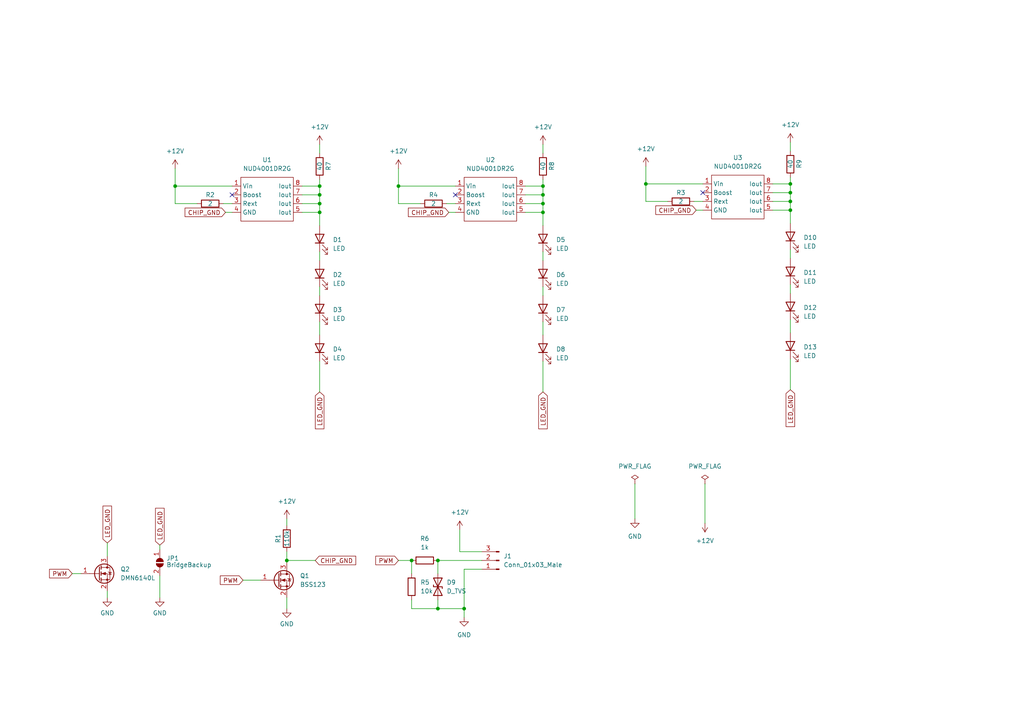
<source format=kicad_sch>
(kicad_sch (version 20211123) (generator eeschema)
  (paper "A4")
  (lib_symbols
    (symbol "Connector:Conn_01x03_Male" (pin_names (offset 1.016) hide)
      (property "Reference" "J" (at 0 5.08 0))
      (property "Value" "Conn_01x03_Male" (at 0 -5.08 0))
      (symbol "Conn_01x03_Male_1_1"
        (polyline (pts (xy 1.27 -2.54) (xy 0.8636 -2.54)) (stroke (width 0.1524)))
        (polyline (pts (xy 1.27 0) (xy 0.8636 0)) (stroke (width 0.1524)))
        (polyline (pts (xy 1.27 2.54) (xy 0.8636 2.54)) (stroke (width 0.1524)))
        (rectangle (start 0.8636 -2.413) (end 0 -2.667) (stroke (width 0.1524)) (fill (type outline)))
        (rectangle (start 0.8636 0.127) (end 0 -0.127) (stroke (width 0.1524)) (fill (type outline)))
        (rectangle (start 0.8636 2.667) (end 0 2.413) (stroke (width 0.1524)) (fill (type outline)))
        (pin passive line (at 5.08 2.54 180) (length 3.81) (name "Pin_1") (number "1"))
        (pin passive line (at 5.08 0 180) (length 3.81) (name "Pin_2") (number "2"))
        (pin passive line (at 5.08 -2.54 180) (length 3.81) (name "Pin_3") (number "3"))
      )
    )
    (symbol "Device:D_TVS" (pin_numbers hide) (pin_names (offset 1.016) hide)
      (property "Reference" "D" (at 0 2.54 0))
      (property "Value" "D_TVS" (at 0 -2.54 0))
      (symbol "D_TVS_0_1"
        (polyline (pts (xy 1.27 0) (xy -1.27 0)))
        (polyline (pts (xy 0.508 1.27) (xy 0 1.27) (xy 0 -1.27) (xy -0.508 -1.27)) (stroke (width 0.254)))
        (polyline (pts (xy -2.54 1.27) (xy -2.54 -1.27) (xy 2.54 1.27) (xy 2.54 -1.27) (xy -2.54 1.27)) (stroke (width 0.254)))
      )
      (symbol "D_TVS_1_1"
        (pin passive line (at -3.81 0 0) (length 2.54) (name "A1") (number "1"))
        (pin passive line (at 3.81 0 180) (length 2.54) (name "A2") (number "2"))
      )
    )
    (symbol "Device:LED" (pin_numbers hide) (pin_names (offset 1.016) hide)
      (property "Reference" "D" (at 0 2.54 0))
      (property "Value" "LED" (at 0 -2.54 0))
      (symbol "LED_0_1"
        (polyline (pts (xy -1.27 -1.27) (xy -1.27 1.27)) (stroke (width 0.254)))
        (polyline (pts (xy -1.27 0) (xy 1.27 0)))
        (polyline (pts (xy 1.27 -1.27) (xy 1.27 1.27) (xy -1.27 0) (xy 1.27 -1.27)) (stroke (width 0.254)))
        (polyline (pts (xy -3.048 -0.762) (xy -4.572 -2.286) (xy -3.81 -2.286) (xy -4.572 -2.286) (xy -4.572 -1.524)))
        (polyline (pts (xy -1.778 -0.762) (xy -3.302 -2.286) (xy -2.54 -2.286) (xy -3.302 -2.286) (xy -3.302 -1.524)))
      )
      (symbol "LED_1_1"
        (pin passive line (at -3.81 0 0) (length 2.54) (name "K") (number "1"))
        (pin passive line (at 3.81 0 180) (length 2.54) (name "A") (number "2"))
      )
    )
    (symbol "Device:R" (pin_numbers hide) (pin_names (offset 0))
      (property "Reference" "R" (at 2.032 0 90))
      (property "Value" "R" (at 0 0 90))
      (symbol "R_0_1"
        (rectangle (start -1.016 -2.54) (end 1.016 2.54) (stroke (width 0.254)))
      )
      (symbol "R_1_1"
        (pin passive line (at 0 3.81 270) (length 1.27) (name "~") (number "1"))
        (pin passive line (at 0 -3.81 90) (length 1.27) (name "~") (number "2"))
      )
    )
    (symbol "Jumper:SolderJumper_2_Open" (pin_names (offset 0) hide)
      (property "Reference" "JP" (at 0 2.032 0))
      (property "Value" "SolderJumper_2_Open" (at 0 -2.54 0))
      (symbol "SolderJumper_2_Open_0_1"
        (arc (start -0.254 1.016) (mid -1.27 0) (end -0.254 -1.016))
        (arc (start -0.254 1.016) (mid -1.27 0) (end -0.254 -1.016) (fill (type outline)))
        (polyline (pts (xy -0.254 1.016) (xy -0.254 -1.016)))
        (polyline (pts (xy 0.254 1.016) (xy 0.254 -1.016)))
        (arc (start 0.254 -1.016) (mid 1.27 0) (end 0.254 1.016))
        (arc (start 0.254 -1.016) (mid 1.27 0) (end 0.254 1.016) (fill (type outline)))
      )
      (symbol "SolderJumper_2_Open_1_1"
        (pin passive line (at -3.81 0 0) (length 2.54) (name "A") (number "1"))
        (pin passive line (at 3.81 0 180) (length 2.54) (name "B") (number "2"))
      )
    )
    (symbol "Transistor_FET:BSS123" (pin_names hide)
      (property "Reference" "Q" (at 5.08 1.905 0))
      (property "Value" "BSS123" (at 5.08 0 0))
      (symbol "BSS123_0_1"
        (polyline (pts (xy 0.254 0) (xy -2.54 0)))
        (polyline (pts (xy 0.254 1.905) (xy 0.254 -1.905)) (stroke (width 0.254)))
        (polyline (pts (xy 0.762 -1.27) (xy 0.762 -2.286)) (stroke (width 0.254)))
        (polyline (pts (xy 0.762 0.508) (xy 0.762 -0.508)) (stroke (width 0.254)))
        (polyline (pts (xy 0.762 2.286) (xy 0.762 1.27)) (stroke (width 0.254)))
        (polyline (pts (xy 2.54 2.54) (xy 2.54 1.778)))
        (polyline (pts (xy 2.54 -2.54) (xy 2.54 0) (xy 0.762 0)))
        (polyline (pts (xy 0.762 -1.778) (xy 3.302 -1.778) (xy 3.302 1.778) (xy 0.762 1.778)))
        (polyline (pts (xy 1.016 0) (xy 2.032 0.381) (xy 2.032 -0.381) (xy 1.016 0)) (fill (type outline)))
        (polyline (pts (xy 2.794 0.508) (xy 2.921 0.381) (xy 3.683 0.381) (xy 3.81 0.254)))
        (polyline (pts (xy 3.302 0.381) (xy 2.921 -0.254) (xy 3.683 -0.254) (xy 3.302 0.381)))
        (circle (center 1.651 0) (radius 2.794) (stroke (width 0.254)))
        (circle (center 2.54 -1.778) (radius 0.254) (fill (type outline)))
        (circle (center 2.54 1.778) (radius 0.254) (fill (type outline)))
      )
      (symbol "BSS123_1_1"
        (pin input line (at -5.08 0 0) (length 2.54) (name "G") (number "1"))
        (pin passive line (at 2.54 -5.08 90) (length 2.54) (name "S") (number "2"))
        (pin passive line (at 2.54 5.08 270) (length 2.54) (name "D") (number "3"))
      )
    )
    (symbol "Transistor_FET:DMN6140L" (pin_names hide)
      (property "Reference" "Q" (at 5.08 1.905 0))
      (property "Value" "DMN6140L" (at 5.08 0 0))
      (symbol "DMN6140L_0_1"
        (polyline (pts (xy 0.254 0) (xy -2.54 0)))
        (polyline (pts (xy 0.254 1.905) (xy 0.254 -1.905)) (stroke (width 0.254)))
        (polyline (pts (xy 0.762 -1.27) (xy 0.762 -2.286)) (stroke (width 0.254)))
        (polyline (pts (xy 0.762 0.508) (xy 0.762 -0.508)) (stroke (width 0.254)))
        (polyline (pts (xy 0.762 2.286) (xy 0.762 1.27)) (stroke (width 0.254)))
        (polyline (pts (xy 2.54 2.54) (xy 2.54 1.778)))
        (polyline (pts (xy 2.54 -2.54) (xy 2.54 0) (xy 0.762 0)))
        (polyline (pts (xy 0.762 -1.778) (xy 3.302 -1.778) (xy 3.302 1.778) (xy 0.762 1.778)))
        (polyline (pts (xy 1.016 0) (xy 2.032 0.381) (xy 2.032 -0.381) (xy 1.016 0)) (fill (type outline)))
        (polyline (pts (xy 2.794 0.508) (xy 2.921 0.381) (xy 3.683 0.381) (xy 3.81 0.254)))
        (polyline (pts (xy 3.302 0.381) (xy 2.921 -0.254) (xy 3.683 -0.254) (xy 3.302 0.381)))
        (circle (center 1.651 0) (radius 2.794) (stroke (width 0.254)))
        (circle (center 2.54 -1.778) (radius 0.254) (fill (type outline)))
        (circle (center 2.54 1.778) (radius 0.254) (fill (type outline)))
      )
      (symbol "DMN6140L_1_1"
        (pin input line (at -5.08 0 0) (length 2.54) (name "G") (number "1"))
        (pin passive line (at 2.54 -5.08 90) (length 2.54) (name "S") (number "2"))
        (pin passive line (at 2.54 5.08 270) (length 2.54) (name "D") (number "3"))
      )
    )
    (symbol "libraries:NUD4001DR2G"
      (property "Reference" "U" (at 0 7.62 0))
      (property "Value" "NUD4001DR2G" (at 0 10.16 0))
      (symbol "NUD4001DR2G_0_1"
        (rectangle (start -7.62 6.35) (end 7.62 -6.35))
      )
      (symbol "NUD4001DR2G_1_1"
        (pin power_in line (at -10.16 3.81 0) (length 2.54) (name "Vin") (number "1"))
        (pin input line (at -10.16 1.27 0) (length 2.54) (name "Boost") (number "2"))
        (pin input line (at -10.16 -1.27 0) (length 2.54) (name "Rext") (number "3"))
        (pin power_in line (at -10.16 -3.81 0) (length 2.54) (name "GND") (number "4"))
        (pin output line (at 10.16 -3.81 180) (length 2.54) (name "Iout") (number "5"))
        (pin output line (at 10.16 -1.27 180) (length 2.54) (name "Iout") (number "6"))
        (pin output line (at 10.16 1.27 180) (length 2.54) (name "Iout") (number "7"))
        (pin output line (at 10.16 3.81 180) (length 2.54) (name "Iout") (number "8"))
      )
    )
    (symbol "power:+12V" (power) (pin_names (offset 0))
      (property "Value" "+12V" (at 0 3.556 0))
      (symbol "+12V_0_1"
        (polyline (pts (xy -0.762 1.27) (xy 0 2.54)))
        (polyline (pts (xy 0 0) (xy 0 2.54)))
        (polyline (pts (xy 0 2.54) (xy 0.762 1.27)))
      )
      (symbol "+12V_1_1"
        (pin power_in line (at 0 0 90) (length 0) hide (name "+12V") (number "1"))
      )
    )
    (symbol "power:GND" (power) (pin_names (offset 0))
      (property "Value" "GND" (at 0 -3.81 0))
      (symbol "GND_0_1"
        (polyline (pts (xy 0 0) (xy 0 -1.27) (xy 1.27 -1.27) (xy 0 -2.54) (xy -1.27 -1.27) (xy 0 -1.27)))
      )
      (symbol "GND_1_1"
        (pin power_in line (at 0 0 270) (length 0) hide (name "GND") (number "1"))
      )
    )
    (symbol "power:PWR_FLAG" (power) (pin_numbers hide) (pin_names (offset 0) hide)
      (property "Value" "PWR_FLAG" (at 0 3.81 0))
      (symbol "PWR_FLAG_0_0"
        (pin power_out line (at 0 0 90) (length 0) (name "pwr") (number "1"))
      )
      (symbol "PWR_FLAG_0_1"
        (polyline (pts (xy 0 0) (xy 0 1.27) (xy -1.016 1.905) (xy 0 2.54) (xy 1.016 1.905) (xy 0 1.27)))
      )
    )
  )
  (junction (at 134.62 176.53))
  (junction (at 157.48 61.595))
  (junction (at 229.235 60.96))
  (junction (at 83.185 162.56))
  (junction (at 92.71 61.595))
  (junction (at 115.57 53.975))
  (junction (at 50.8 53.975))
  (junction (at 92.71 56.515))
  (junction (at 157.48 53.975))
  (junction (at 127 176.53))
  (junction (at 119.38 162.56))
  (junction (at 157.48 59.055))
  (junction (at 92.71 53.975))
  (junction (at 157.48 56.515))
  (junction (at 229.235 53.34))
  (junction (at 92.71 59.055))
  (junction (at 229.235 58.42))
  (junction (at 229.235 55.88))
  (junction (at 187.325 53.34))
  (junction (at 127 162.56))
  (no_connect (at 67.31 56.515))
  (no_connect (at 132.08 56.515))
  (no_connect (at 203.835 55.88))
  (wire (pts (xy 187.325 53.34) (xy 203.835 53.34)))
  (wire (pts (xy 184.15 140.335) (xy 184.15 150.495)))
  (wire (pts (xy 157.48 104.775) (xy 157.48 113.665)))
  (wire (pts (xy 50.8 59.055) (xy 57.15 59.055)))
  (wire (pts (xy 133.35 160.02) (xy 133.35 153.67)))
  (wire (pts (xy 87.63 53.975) (xy 92.71 53.975)))
  (wire (pts (xy 92.71 41.91) (xy 92.71 44.45)))
  (wire (pts (xy 87.63 56.515) (xy 92.71 56.515)))
  (wire (pts (xy 92.71 83.185) (xy 92.71 85.725)))
  (wire (pts (xy 229.235 82.55) (xy 229.235 85.09)))
  (wire (pts (xy 127 173.99) (xy 127 176.53)))
  (wire (pts (xy 115.57 53.975) (xy 132.08 53.975)))
  (wire (pts (xy 229.235 72.39) (xy 229.235 74.93)))
  (wire (pts (xy 127 162.56) (xy 139.7 162.56)))
  (wire (pts (xy 129.54 59.055) (xy 132.08 59.055)))
  (wire (pts (xy 119.38 176.53) (xy 127 176.53)))
  (wire (pts (xy 50.8 59.055) (xy 50.8 53.975)))
  (wire (pts (xy 157.48 41.91) (xy 157.48 44.45)))
  (wire (pts (xy 83.185 160.02) (xy 83.185 162.56)))
  (wire (pts (xy 127 162.56) (xy 127 166.37)))
  (wire (pts (xy 229.235 55.88) (xy 229.235 58.42)))
  (wire (pts (xy 187.325 48.26) (xy 187.325 53.34)))
  (wire (pts (xy 50.8 53.975) (xy 67.31 53.975)))
  (wire (pts (xy 65.405 61.595) (xy 67.31 61.595)))
  (wire (pts (xy 201.295 58.42) (xy 203.835 58.42)))
  (wire (pts (xy 92.71 61.595) (xy 92.71 65.405)))
  (wire (pts (xy 229.235 41.275) (xy 229.235 43.815)))
  (wire (pts (xy 229.235 51.435) (xy 229.235 53.34)))
  (wire (pts (xy 92.71 104.775) (xy 92.71 113.665)))
  (wire (pts (xy 92.71 53.975) (xy 92.71 56.515)))
  (wire (pts (xy 115.57 59.055) (xy 115.57 53.975)))
  (wire (pts (xy 31.115 171.45) (xy 31.115 173.355)))
  (wire (pts (xy 224.155 55.88) (xy 229.235 55.88)))
  (wire (pts (xy 92.71 59.055) (xy 92.71 61.595)))
  (wire (pts (xy 157.48 53.975) (xy 157.48 56.515)))
  (wire (pts (xy 157.48 52.07) (xy 157.48 53.975)))
  (wire (pts (xy 92.71 52.07) (xy 92.71 53.975)))
  (wire (pts (xy 152.4 53.975) (xy 157.48 53.975)))
  (wire (pts (xy 115.57 59.055) (xy 121.92 59.055)))
  (wire (pts (xy 64.77 59.055) (xy 67.31 59.055)))
  (wire (pts (xy 157.48 61.595) (xy 157.48 65.405)))
  (wire (pts (xy 201.93 60.96) (xy 203.835 60.96)))
  (wire (pts (xy 134.62 165.1) (xy 139.7 165.1)))
  (wire (pts (xy 119.38 173.99) (xy 119.38 176.53)))
  (wire (pts (xy 20.955 166.37) (xy 23.495 166.37)))
  (wire (pts (xy 134.62 165.1) (xy 134.62 176.53)))
  (wire (pts (xy 229.235 60.96) (xy 229.235 64.77)))
  (wire (pts (xy 229.235 58.42) (xy 229.235 60.96)))
  (wire (pts (xy 152.4 56.515) (xy 157.48 56.515)))
  (wire (pts (xy 157.48 56.515) (xy 157.48 59.055)))
  (wire (pts (xy 83.185 162.56) (xy 83.185 163.195)))
  (wire (pts (xy 229.235 92.71) (xy 229.235 96.52)))
  (wire (pts (xy 130.175 61.595) (xy 132.08 61.595)))
  (wire (pts (xy 187.325 58.42) (xy 193.675 58.42)))
  (wire (pts (xy 152.4 61.595) (xy 157.48 61.595)))
  (wire (pts (xy 157.48 59.055) (xy 157.48 61.595)))
  (wire (pts (xy 224.155 58.42) (xy 229.235 58.42)))
  (wire (pts (xy 224.155 60.96) (xy 229.235 60.96)))
  (wire (pts (xy 83.185 173.355) (xy 83.185 176.53)))
  (wire (pts (xy 92.71 73.025) (xy 92.71 75.565)))
  (wire (pts (xy 115.57 48.895) (xy 115.57 53.975)))
  (wire (pts (xy 157.48 73.025) (xy 157.48 75.565)))
  (wire (pts (xy 157.48 93.345) (xy 157.48 97.155)))
  (wire (pts (xy 87.63 59.055) (xy 92.71 59.055)))
  (wire (pts (xy 92.71 56.515) (xy 92.71 59.055)))
  (wire (pts (xy 229.235 104.14) (xy 229.235 113.03)))
  (wire (pts (xy 127 176.53) (xy 134.62 176.53)))
  (wire (pts (xy 187.325 58.42) (xy 187.325 53.34)))
  (wire (pts (xy 83.185 162.56) (xy 91.44 162.56)))
  (wire (pts (xy 70.485 168.275) (xy 75.565 168.275)))
  (wire (pts (xy 157.48 83.185) (xy 157.48 85.725)))
  (wire (pts (xy 139.7 160.02) (xy 133.35 160.02)))
  (wire (pts (xy 152.4 59.055) (xy 157.48 59.055)))
  (wire (pts (xy 115.57 162.56) (xy 119.38 162.56)))
  (wire (pts (xy 92.71 93.345) (xy 92.71 97.155)))
  (wire (pts (xy 134.62 176.53) (xy 134.62 179.07)))
  (wire (pts (xy 87.63 61.595) (xy 92.71 61.595)))
  (wire (pts (xy 83.185 150.495) (xy 83.185 152.4)))
  (wire (pts (xy 119.38 162.56) (xy 119.38 166.37)))
  (wire (pts (xy 46.355 158.115) (xy 46.355 159.385)))
  (wire (pts (xy 224.155 53.34) (xy 229.235 53.34)))
  (wire (pts (xy 229.235 53.34) (xy 229.235 55.88)))
  (wire (pts (xy 204.47 140.335) (xy 204.47 151.765)))
  (wire (pts (xy 31.115 157.48) (xy 31.115 161.29)))
  (wire (pts (xy 46.355 167.005) (xy 46.355 173.355)))
  (wire (pts (xy 50.8 48.895) (xy 50.8 53.975)))
  (global_label "LED_GND" (shape input) (at 157.48 113.665 270) (property "Intersheet References" "${INTERSHEET_REFS}" (effects hide)))
  (global_label "CHIP_GND" (shape input) (at 91.44 162.56 0) (property "Intersheet References" "${INTERSHEET_REFS}" (effects hide)))
  (global_label "PWM" (shape input) (at 70.485 168.275 180) (property "Intersheet References" "${INTERSHEET_REFS}" (effects hide)))
  (global_label "LED_GND" (shape input) (at 92.71 113.665 270) (property "Intersheet References" "${INTERSHEET_REFS}" (effects hide)))
  (global_label "LED_GND" (shape input) (at 46.355 158.115 90) (property "Intersheet References" "${INTERSHEET_REFS}" (effects hide)))
  (global_label "CHIP_GND" (shape input) (at 65.405 61.595 180) (property "Intersheet References" "${INTERSHEET_REFS}" (effects hide)))
  (global_label "CHIP_GND" (shape input) (at 130.175 61.595 180) (property "Intersheet References" "${INTERSHEET_REFS}" (effects hide)))
  (global_label "PWM" (shape input) (at 115.57 162.56 180) (property "Intersheet References" "${INTERSHEET_REFS}" (effects hide)))
  (global_label "PWM" (shape input) (at 20.955 166.37 180) (property "Intersheet References" "${INTERSHEET_REFS}" (effects hide)))
  (global_label "LED_GND" (shape input) (at 229.235 113.03 270) (property "Intersheet References" "${INTERSHEET_REFS}" (effects hide)))
  (global_label "CHIP_GND" (shape input) (at 201.93 60.96 180) (property "Intersheet References" "${INTERSHEET_REFS}" (effects hide)))
  (global_label "LED_GND" (shape input) (at 31.115 157.48 90) (property "Intersheet References" "${INTERSHEET_REFS}" (effects hide)))
  (symbol (lib_id "Device:R") (at 123.19 162.56 90) (unit 1)
    (property "Reference" "R6" (at 123.19 156.21 90))
    (property "Value" "1k" (at 123.19 158.75 90))
    (property "Footprint" "Resistor_SMD:R_0603_1608Metric" (effects hide))
  )
  (symbol (lib_id "power:GND") (at 31.115 173.355 0) (unit 1)
    (property "Reference" "#PWR0107" (effects hide))
    (property "Value" "GND" (at 31.115 177.8 0))
  )
  (symbol (lib_id "power:+12V") (at 157.48 41.91 0) (unit 1)
    (property "Reference" "#PWR0113" (effects hide))
    (property "Value" "+12V" (at 157.48 36.83 0))
  )
  (symbol (lib_id "power:+12V") (at 92.71 41.91 0) (unit 1)
    (property "Reference" "#PWR0105" (effects hide))
    (property "Value" "+12V" (at 92.71 36.83 0))
  )
  (symbol (lib_id "Device:R") (at 157.48 48.26 0) (unit 1)
    (property "Reference" "R8" (at 160.02 49.53 90) (effects (justify left)))
    (property "Value" "40" (at 157.48 49.53 90) (effects (justify left)))
    (property "Footprint" "Resistor_SMD:R_1206_3216Metric" (effects hide))
  )
  (symbol (lib_id "power:+12V") (at 115.57 48.895 0) (unit 1)
    (property "Reference" "#PWR0106" (effects hide))
    (property "Value" "+12V" (at 115.57 43.815 0))
  )
  (symbol (lib_id "Device:R") (at 119.38 170.18 0) (unit 1)
    (property "Reference" "R5" (at 121.92 168.9099 0) (effects (justify left)))
    (property "Value" "10k" (at 121.92 171.4499 0) (effects (justify left)))
    (property "Footprint" "Resistor_SMD:R_0603_1608Metric" (effects hide))
  )
  (symbol (lib_id "power:GND") (at 83.185 176.53 0) (unit 1)
    (property "Reference" "#PWR0111" (effects hide))
    (property "Value" "GND" (at 83.185 180.975 0))
  )
  (symbol (lib_id "Jumper:SolderJumper_2_Open") (at 46.355 163.195 270) (unit 1)
    (property "Reference" "JP1" (at 48.26 161.9249 90) (effects (justify left)))
    (property "Value" "BridgeBackup" (at 48.26 163.83 90) (effects (justify left)))
    (property "Footprint" "Jumper:SolderJumper-2_P1.3mm_Open_RoundedPad1.0x1.5mm" (effects hide))
  )
  (symbol (lib_id "Device:LED") (at 157.48 79.375 90) (unit 1)
    (property "Reference" "D6" (at 161.29 79.6924 90) (effects (justify right)))
    (property "Value" "LED" (at 161.29 82.2324 90) (effects (justify right)))
    (property "Footprint" "LED_SMD:LED_Cree-XHP35" (effects hide))
    (property "Datasheet" "https://www.we-online.com/katalog/datasheet/150353RS74500.pdf" (effects hide))
  )
  (symbol (lib_id "libraries:NUD4001DR2G") (at 77.47 57.785 0) (unit 1)
    (property "Reference" "U1" (at 77.47 46.355 0))
    (property "Value" "NUD4001DR2G" (at 77.47 48.895 0))
    (property "Footprint" "Package_SO:SO-8_3.9x4.9mm_P1.27mm" (effects hide))
    (property "Datasheet" "https://www.onsemi.com/pdf/datasheet/nud4001-d.pdf" (effects hide))
  )
  (symbol (lib_id "power:+12V") (at 83.185 150.495 0) (unit 1)
    (property "Reference" "#PWR0109" (effects hide))
    (property "Value" "+12V" (at 83.185 145.415 0))
  )
  (symbol (lib_id "Device:D_TVS") (at 127 170.18 90) (unit 1)
    (property "Reference" "D9" (at 129.54 168.9099 90) (effects (justify right)))
    (property "Value" "D_TVS" (at 129.54 171.4499 90) (effects (justify right)))
    (property "Footprint" "Diode_SMD:D_0603_1608Metric_Pad1.05x0.95mm_HandSolder" (effects hide))
  )
  (symbol (lib_id "Device:R") (at 197.485 58.42 90) (unit 1)
    (property "Reference" "R3" (at 197.485 55.88 90))
    (property "Value" "2" (at 197.485 58.42 90))
    (property "Footprint" "Resistor_SMD:R_0603_1608Metric" (effects hide))
  )
  (symbol (lib_id "power:+12V") (at 229.235 41.275 0) (unit 1)
    (property "Reference" "#PWR0110" (effects hide))
    (property "Value" "+12V" (at 229.235 36.195 0))
  )
  (symbol (lib_id "Device:LED") (at 229.235 68.58 90) (unit 1)
    (property "Reference" "D10" (at 233.045 68.8974 90) (effects (justify right)))
    (property "Value" "LED" (at 233.045 71.4374 90) (effects (justify right)))
    (property "Footprint" "LED_SMD:LED_Cree-XHP35" (effects hide))
    (property "Datasheet" "https://www.we-online.com/katalog/datasheet/150353RS74500.pdf" (effects hide))
  )
  (symbol (lib_id "power:PWR_FLAG") (at 184.15 140.335 0) (unit 1)
    (property "Reference" "#FLG0102" (effects hide))
    (property "Value" "PWR_FLAG" (at 184.15 135.255 0))
  )
  (symbol (lib_id "Device:R") (at 92.71 48.26 0) (unit 1)
    (property "Reference" "R7" (at 95.25 49.53 90) (effects (justify left)))
    (property "Value" "40" (at 92.71 49.53 90) (effects (justify left)))
    (property "Footprint" "Resistor_SMD:R_1206_3216Metric" (effects hide))
  )
  (symbol (lib_id "power:+12V") (at 204.47 151.765 180) (unit 1)
    (property "Reference" "#PWR0101" (effects hide))
    (property "Value" "+12V" (at 204.47 156.845 0))
  )
  (symbol (lib_id "Transistor_FET:BSS123") (at 80.645 168.275 0) (unit 1)
    (property "Reference" "Q1" (at 86.995 167.0049 0) (effects (justify left)))
    (property "Value" "BSS123" (at 86.995 169.5449 0) (effects (justify left)))
    (property "Footprint" "Package_TO_SOT_SMD:SOT-23" (effects hide))
    (property "Datasheet" "http://www.diodes.com/assets/Datasheets/ds30366.pdf" (effects hide))
  )
  (symbol (lib_id "Connector:Conn_01x03_Male") (at 144.78 162.56 180) (unit 1)
    (property "Reference" "J1" (at 146.05 161.2899 0) (effects (justify right)))
    (property "Value" "Conn_01x03_Male" (at 146.05 163.8299 0) (effects (justify right)))
    (property "Footprint" "Connector_PinSocket_2.54mm:PinSocket_1x03_P2.54mm_Vertical_SMD_Pin1Right" (effects hide))
  )
  (symbol (lib_id "power:+12V") (at 133.35 153.67 0) (unit 1)
    (property "Reference" "#PWR0104" (effects hide))
    (property "Value" "+12V" (at 133.35 148.59 0))
  )
  (symbol (lib_id "Device:LED") (at 229.235 78.74 90) (unit 1)
    (property "Reference" "D11" (at 233.045 79.0574 90) (effects (justify right)))
    (property "Value" "LED" (at 233.045 81.5974 90) (effects (justify right)))
    (property "Footprint" "LED_SMD:LED_Cree-XHP35" (effects hide))
    (property "Datasheet" "https://www.we-online.com/katalog/datasheet/150353RS74500.pdf" (effects hide))
  )
  (symbol (lib_id "Device:LED") (at 229.235 88.9 90) (unit 1)
    (property "Reference" "D12" (at 233.045 89.2174 90) (effects (justify right)))
    (property "Value" "LED" (at 233.045 91.7574 90) (effects (justify right)))
    (property "Footprint" "LED_SMD:LED_Cree-XHP35" (effects hide))
    (property "Datasheet" "https://www.we-online.com/katalog/datasheet/150353RS74500.pdf" (effects hide))
  )
  (symbol (lib_id "Device:LED") (at 92.71 100.965 90) (unit 1)
    (property "Reference" "D4" (at 96.52 101.2824 90) (effects (justify right)))
    (property "Value" "LED" (at 96.52 103.8224 90) (effects (justify right)))
    (property "Footprint" "LED_SMD:LED_Cree-XHP35" (effects hide))
    (property "Datasheet" "https://www.we-online.com/katalog/datasheet/150353RS74500.pdf" (effects hide))
  )
  (symbol (lib_id "Device:R") (at 125.73 59.055 90) (unit 1)
    (property "Reference" "R4" (at 125.73 56.515 90))
    (property "Value" "2" (at 125.73 59.055 90))
    (property "Footprint" "Resistor_SMD:R_0603_1608Metric" (effects hide))
  )
  (symbol (lib_id "Transistor_FET:DMN6140L") (at 28.575 166.37 0) (unit 1)
    (property "Reference" "Q2" (at 34.925 165.0999 0) (effects (justify left)))
    (property "Value" "DMN6140L" (at 34.925 167.6399 0) (effects (justify left)))
    (property "Footprint" "Package_TO_SOT_SMD:SOT-23" (effects hide))
    (property "Datasheet" "http://www.diodes.com/assets/Datasheets/DMN6140L.pdf" (effects hide))
  )
  (symbol (lib_id "power:GND") (at 46.355 173.355 0) (unit 1)
    (property "Reference" "#PWR0114" (effects hide))
    (property "Value" "GND" (at 46.355 177.8 0))
  )
  (symbol (lib_id "power:GND") (at 184.15 150.495 0) (unit 1)
    (property "Reference" "#PWR0102" (effects hide))
    (property "Value" "GND" (at 184.15 155.575 0))
  )
  (symbol (lib_id "Device:LED") (at 157.48 100.965 90) (unit 1)
    (property "Reference" "D8" (at 161.29 101.2824 90) (effects (justify right)))
    (property "Value" "LED" (at 161.29 103.8224 90) (effects (justify right)))
    (property "Footprint" "LED_SMD:LED_Cree-XHP35" (effects hide))
    (property "Datasheet" "https://www.we-online.com/katalog/datasheet/150353RS74500.pdf" (effects hide))
  )
  (symbol (lib_id "power:GND") (at 134.62 179.07 0) (unit 1)
    (property "Reference" "#PWR0103" (effects hide))
    (property "Value" "GND" (at 134.62 184.15 0))
  )
  (symbol (lib_id "Device:LED") (at 229.235 100.33 90) (unit 1)
    (property "Reference" "D13" (at 233.045 100.6474 90) (effects (justify right)))
    (property "Value" "LED" (at 233.045 103.1874 90) (effects (justify right)))
    (property "Footprint" "LED_SMD:LED_Cree-XHP35" (effects hide))
    (property "Datasheet" "https://www.we-online.com/katalog/datasheet/150353RS74500.pdf" (effects hide))
  )
  (symbol (lib_id "Device:LED") (at 157.48 69.215 90) (unit 1)
    (property "Reference" "D5" (at 161.29 69.5324 90) (effects (justify right)))
    (property "Value" "LED" (at 161.29 72.0724 90) (effects (justify right)))
    (property "Footprint" "LED_SMD:LED_Cree-XHP35" (effects hide))
    (property "Datasheet" "https://www.we-online.com/katalog/datasheet/150353RS74500.pdf" (effects hide))
  )
  (symbol (lib_id "Device:R") (at 60.96 59.055 90) (unit 1)
    (property "Reference" "R2" (at 60.96 56.515 90))
    (property "Value" "2" (at 60.96 59.055 90))
    (property "Footprint" "Resistor_SMD:R_0603_1608Metric" (effects hide))
  )
  (symbol (lib_id "Device:R") (at 83.185 156.21 180) (unit 1)
    (property "Reference" "R1" (at 80.645 156.21 90))
    (property "Value" "110k" (at 83.185 156.21 90))
    (property "Footprint" "Resistor_SMD:R_0603_1608Metric" (effects hide))
  )
  (symbol (lib_id "libraries:NUD4001DR2G") (at 142.24 57.785 0) (unit 1)
    (property "Reference" "U2" (at 142.24 46.355 0))
    (property "Value" "NUD4001DR2G" (at 142.24 48.895 0))
    (property "Footprint" "Package_SO:SO-8_3.9x4.9mm_P1.27mm" (effects hide))
    (property "Datasheet" "https://www.onsemi.com/pdf/datasheet/nud4001-d.pdf" (effects hide))
  )
  (symbol (lib_id "Device:LED") (at 92.71 89.535 90) (unit 1)
    (property "Reference" "D3" (at 96.52 89.8524 90) (effects (justify right)))
    (property "Value" "LED" (at 96.52 92.3924 90) (effects (justify right)))
    (property "Footprint" "LED_SMD:LED_Cree-XHP35" (effects hide))
    (property "Datasheet" "https://www.we-online.com/katalog/datasheet/150353RS74500.pdf" (effects hide))
  )
  (symbol (lib_id "Device:LED") (at 157.48 89.535 90) (unit 1)
    (property "Reference" "D7" (at 161.29 89.8524 90) (effects (justify right)))
    (property "Value" "LED" (at 161.29 92.3924 90) (effects (justify right)))
    (property "Footprint" "LED_SMD:LED_Cree-XHP35" (effects hide))
    (property "Datasheet" "https://www.we-online.com/katalog/datasheet/150353RS74500.pdf" (effects hide))
  )
  (symbol (lib_id "libraries:NUD4001DR2G") (at 213.995 57.15 0) (unit 1)
    (property "Reference" "U3" (at 213.995 45.72 0))
    (property "Value" "NUD4001DR2G" (at 213.995 48.26 0))
    (property "Footprint" "Package_SO:SO-8_3.9x4.9mm_P1.27mm" (effects hide))
    (property "Datasheet" "https://www.onsemi.com/pdf/datasheet/nud4001-d.pdf" (effects hide))
  )
  (symbol (lib_id "power:+12V") (at 50.8 48.895 0) (unit 1)
    (property "Reference" "#PWR0108" (effects hide))
    (property "Value" "+12V" (at 50.8 43.815 0))
  )
  (symbol (lib_id "power:+12V") (at 187.325 48.26 0) (unit 1)
    (property "Reference" "#PWR0112" (effects hide))
    (property "Value" "+12V" (at 187.325 43.18 0))
  )
  (symbol (lib_id "Device:R") (at 229.235 47.625 0) (unit 1)
    (property "Reference" "R9" (at 231.775 48.895 90) (effects (justify left)))
    (property "Value" "40" (at 229.235 48.895 90) (effects (justify left)))
    (property "Footprint" "Resistor_SMD:R_1206_3216Metric" (effects hide))
  )
  (symbol (lib_id "Device:LED") (at 92.71 69.215 90) (unit 1)
    (property "Reference" "D1" (at 96.52 69.5324 90) (effects (justify right)))
    (property "Value" "LED" (at 96.52 72.0724 90) (effects (justify right)))
    (property "Footprint" "LED_SMD:LED_Cree-XHP35" (effects hide))
    (property "Datasheet" "https://www.we-online.com/katalog/datasheet/150353RS74500.pdf" (effects hide))
  )
  (symbol (lib_id "power:PWR_FLAG") (at 204.47 140.335 0) (unit 1)
    (property "Reference" "#FLG0101" (effects hide))
    (property "Value" "PWR_FLAG" (at 204.47 135.255 0))
  )
  (symbol (lib_id "Device:LED") (at 92.71 79.375 90) (unit 1)
    (property "Reference" "D2" (at 96.52 79.6924 90) (effects (justify right)))
    (property "Value" "LED" (at 96.52 82.2324 90) (effects (justify right)))
    (property "Footprint" "LED_SMD:LED_Cree-XHP35" (effects hide))
    (property "Datasheet" "https://www.we-online.com/katalog/datasheet/150353RS74500.pdf" (effects hide))
  )
)
</source>
